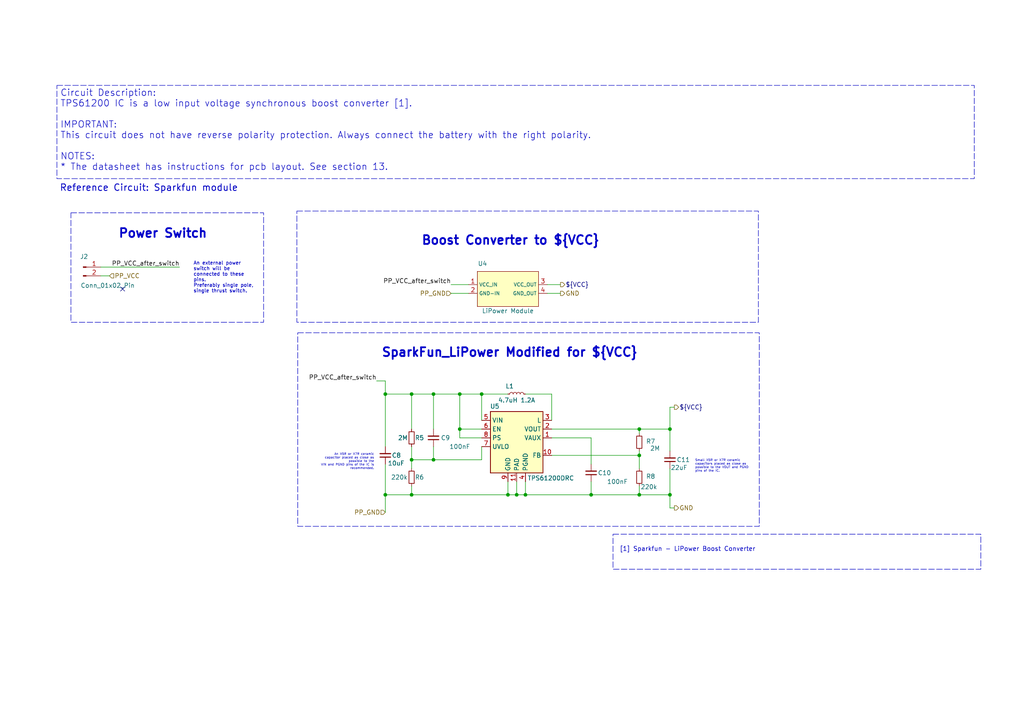
<source format=kicad_sch>
(kicad_sch (version 20250114) (generator "eeschema") (generator_version "9.0")
  (paper "A4")
  (title_block (title "Kitchen_Timer - ${SHEETNAME}") (date "2025-01-26") (rev "v01") (comment 2 "creativecommons.org/licences/4.0/") (comment 3 "Licence: CC BY 4.0") (comment 4 "Author: Nicolas Perozzi"))
  (lib_symbols
    (symbol "Connector:Conn_01x02_Pin" (pin_names (offset 1.016) (hide yes))
      (property "Reference" "J" (at 0 2.54 0))
      (property "Value" "Conn_01x02_Pin" (at 0 -5.08 0))
      (symbol "Conn_01x02_Pin_1_1"
        (rectangle (start 0.8636 0.127) (end 0 -0.127) (stroke (width 0.1524)) (fill (type outline)))
        (rectangle (start 0.8636 -2.413) (end 0 -2.667) (stroke (width 0.1524)) (fill (type outline)))
        (polyline (pts (xy 1.27 0) (xy 0.8636 0)) (stroke (width 0.1524)))
        (polyline (pts (xy 1.27 -2.54) (xy 0.8636 -2.54)) (stroke (width 0.1524)))
        (pin passive line (at 5.08 0 180) (length 3.81) (name "Pin_1") (number "1"))
        (pin passive line (at 5.08 -2.54 180) (length 3.81) (name "Pin_2") (number "2"))
      )
    )
    (symbol "Device:C_Small" (pin_numbers (hide yes)) (pin_names (offset 0.254) (hide yes))
      (property "Reference" "C" (at 0.254 1.778 0))
      (property "Value" "C_Small" (at 0.254 -2.032 0))
      (symbol "C_Small_0_1"
        (polyline (pts (xy -1.524 0.508) (xy 1.524 0.508)) (stroke (width 0.3048)))
        (polyline (pts (xy -1.524 -0.508) (xy 1.524 -0.508)) (stroke (width 0.3302)))
      )
      (symbol "C_Small_1_1"
        (pin passive line (at 0 2.54 270) (length 2.032) (name "~") (number "1"))
        (pin passive line (at 0 -2.54 90) (length 2.032) (name "~") (number "2"))
      )
    )
    (symbol "Device:L_Small" (pin_numbers (hide yes)) (pin_names (offset 0.254) (hide yes))
      (property "Reference" "L" (at 0.762 1.016 0))
      (property "Value" "L_Small" (at 0.762 -1.016 0))
      (symbol "L_Small_0_1"
        (arc (start 0 2.032) (mid 0.5058 1.524) (end 0 1.016))
        (arc (start 0 1.016) (mid 0.5058 0.508) (end 0 0))
        (arc (start 0 0) (mid 0.5058 -0.508) (end 0 -1.016))
        (arc (start 0 -1.016) (mid 0.5058 -1.524) (end 0 -2.032))
      )
      (symbol "L_Small_1_1"
        (pin passive line (at 0 2.54 270) (length 0.508) (name "~") (number "1"))
        (pin passive line (at 0 -2.54 90) (length 0.508) (name "~") (number "2"))
      )
    )
    (symbol "Device:R_Small" (pin_numbers (hide yes)) (pin_names (offset 0.254) (hide yes))
      (property "Reference" "R" (at 0.762 0.508 0))
      (property "Value" "R_Small" (at 0.762 -1.016 0))
      (symbol "R_Small_0_1"
        (rectangle (start -0.762 1.778) (end 0.762 -1.778) (stroke (width 0.2032)))
      )
      (symbol "R_Small_1_1"
        (pin passive line (at 0 2.54 270) (length 0.762) (name "~") (number "1"))
        (pin passive line (at 0 -2.54 90) (length 0.762) (name "~") (number "2"))
      )
    )
    (symbol "Regulator_Switching:TPS61200DRC"
      (property "Reference" "U" (at -10.16 8.89 0))
      (property "Value" "TPS61200DRC" (at -2.54 8.89 0))
      (symbol "TPS61200DRC_0_1"
        (rectangle (start -7.62 7.62) (end 7.62 -10.16) (stroke (width 0.254)) (fill (type background)))
      )
      (symbol "TPS61200DRC_1_1"
        (pin power_in line (at -10.16 5.08 0) (length 2.54) (name "VIN") (number "5"))
        (pin input line (at -10.16 2.54 0) (length 2.54) (name "EN") (number "6"))
        (pin input line (at -10.16 0 0) (length 2.54) (name "PS") (number "8"))
        (pin input line (at -10.16 -2.54 0) (length 2.54) (name "UVLO") (number "7"))
        (pin power_in line (at -2.54 -12.7 90) (length 2.54) (name "GND") (number "9"))
        (pin power_in line (at 0 -12.7 90) (length 2.54) (name "PAD") (number "11"))
        (pin power_in line (at 2.54 -12.7 90) (length 2.54) (name "PGND") (number "4"))
        (pin input line (at 10.16 5.08 180) (length 2.54) (name "L") (number "3"))
        (pin power_out line (at 10.16 2.54 180) (length 2.54) (name "VOUT") (number "2"))
        (pin bidirectional line (at 10.16 0 180) (length 2.54) (name "VAUX") (number "1"))
        (pin input line (at 10.16 -5.08 180) (length 2.54) (name "FB") (number "10"))
      )
    )
    (symbol "kitchen_timer-symbols_lib:Sparkfun_LiPower-Boost_Converter"
      (property "Reference" "U" (at -8.128 6.096 0))
      (property "Value" "SparkFun_LiPower" (at 0 -6.35 0))
      (symbol "Sparkfun_LiPower-Boost_Converter_1_1"
        (rectangle (start -8.89 5.08) (end 8.89 -5.08) (fill (type background)))
        (pin input line (at -11.43 1.27 0) (length 2.54) (name "VCC_IN") (number "1"))
        (pin input line (at -11.43 -1.27 0) (length 2.54) (name "GND-IN") (number "2"))
        (pin output line (at 11.43 1.27 180) (length 2.54) (name "VCC_OUT") (number "3"))
        (pin output line (at 11.43 -1.27 180) (length 2.54) (name "GND_OUT") (number "4"))
      )
    )
  )
  (rectangle (start 86.106 61.214) (end 219.964 93.472) (stroke (width 0) (type dash)))
  (rectangle (start 20.574 61.722) (end 76.454 93.472) (stroke (width 0) (type dash)))
  (rectangle (start 86.36 96.52) (end 220.218 152.654) (stroke (width 0) (type dash)))
  (rectangle (start 177.8 154.94) (end 284.48 165.1) (stroke (width 0) (type dash)))
  (text "${SHEETNAME}" (at 16.764 19.304 0) (effects (font (size 3.81 3.81) (thickness 0.762) (bold yes)) (justify left)))
  (text "Power Switch" (at 47.244 67.818 0) (effects (font (size 2.54 2.54) (thickness 0.508) (bold yes))))
  (text "[1] Sparkfun - LiPower Boost Converter" (at 179.705 158.623 0) (effects (font (size 1.27 1.27) (thickness 0.1588)) (justify left top)))
  (text "SparkFun_LiPower Modified for ${VCC}" (at 147.828 102.362 0) (effects (font (size 2.54 2.54) (thickness 0.508) (bold yes))))
  (text "Reference Circuit: Sparkfun module" (at 17.272 54.61 0) (effects (font (size 1.905 1.905) (thickness 0.2381)) (justify left)))
  (text "Boost Converter to ${VCC}" (at 148.082 69.85 0) (effects (font (size 2.54 2.54) (thickness 0.508) (bold yes))))
  (text_box "An external power switch will be connected to these pins.\nPreferably single pole, single thrust switch." (at 55.118 74.676 0) (size 19.558 9.906) (margins 0.9525 0.9525 0.9525 0.9525) (stroke (width -0.0001)) (effects (font (size 1 1)) (justify left top)))
  (text_box "An X5R or X7R ceramic capacitor placed as close as possible to the\nVIN and PGND pins of the IC is recommended." (at 91.186 130.302 0) (size 18.288 6.35) (margins 0.9525 0.9525 0.9525 0.9525) (stroke (width -0.0001)) (effects (font (size 0.635 0.635) (thickness 0.0794)) (justify right top)))
  (text_box "Circuit Description:\nTPS61200 IC is a low input voltage synchronous boost converter [1].\n\nIMPORTANT:\nThis circuit does not have reverse polarity protection. Always connect the battery with the right polarity.\n\nNOTES:\n* The datasheet has instructions for pcb layout. See section 13." (at 16.51 24.765 0) (size 266.065 27.051) (margins 0.9525 0.9525 0.9525 0.9525) (stroke (width 0) (type dash)) (effects (font (size 1.905 1.905) (thickness 0.1588)) (justify left top)))
  (text_box "Small X5R or X7R ceramic capacitors placed as close as\npossible to the VOUT and PGND pins of the IC." (at 200.66 132.08 0) (size 18.288 5.334) (margins 0.9525 0.9525 0.9525 0.9525) (stroke (width -0.0001)) (effects (font (size 0.635 0.635) (thickness 0.0794)) (justify left top)))
  (junction (at 139.7 114.3))
  (junction (at 133.35 124.46))
  (junction (at 147.32 143.51))
  (junction (at 152.4 143.51))
  (junction (at 119.38 143.51))
  (junction (at 125.73 133.35))
  (junction (at 194.31 124.46))
  (junction (at 185.42 132.08))
  (junction (at 194.31 143.51))
  (junction (at 149.86 143.51))
  (junction (at 111.76 114.3))
  (junction (at 185.42 143.51))
  (junction (at 119.38 114.3))
  (junction (at 185.42 124.46))
  (junction (at 171.45 143.51))
  (junction (at 125.73 114.3))
  (junction (at 133.35 114.3))
  (junction (at 119.38 133.35))
  (junction (at 111.76 143.51))
  (no_connect (at 35.56 83.82))
  (wire (pts (xy 111.76 114.3) (xy 111.76 129.54)))
  (wire (pts (xy 147.32 114.3) (xy 139.7 114.3)))
  (wire (pts (xy 119.38 114.3) (xy 111.76 114.3)))
  (wire (pts (xy 194.31 147.32) (xy 195.58 147.32)))
  (wire (pts (xy 185.42 124.46) (xy 185.42 125.73)))
  (wire (pts (xy 171.45 143.51) (xy 152.4 143.51)))
  (wire (pts (xy 130.81 82.55) (xy 135.89 82.55)))
  (wire (pts (xy 125.73 114.3) (xy 133.35 114.3)))
  (wire (pts (xy 52.07 77.47) (xy 29.21 77.47)))
  (wire (pts (xy 185.42 132.08) (xy 185.42 135.89)))
  (wire (pts (xy 149.86 143.51) (xy 147.32 143.51)))
  (wire (pts (xy 111.76 134.62) (xy 111.76 143.51)))
  (wire (pts (xy 31.75 80.01) (xy 29.21 80.01)))
  (wire (pts (xy 130.81 85.09) (xy 135.89 85.09)))
  (wire (pts (xy 111.76 143.51) (xy 111.76 148.59)))
  (wire (pts (xy 133.35 124.46) (xy 133.35 127)))
  (wire (pts (xy 147.32 143.51) (xy 119.38 143.51)))
  (wire (pts (xy 139.7 127) (xy 133.35 127)))
  (wire (pts (xy 125.73 133.35) (xy 139.7 133.35)))
  (wire (pts (xy 133.35 124.46) (xy 133.35 114.3)))
  (wire (pts (xy 185.42 140.97) (xy 185.42 143.51)))
  (wire (pts (xy 160.02 127) (xy 171.45 127)))
  (wire (pts (xy 111.76 143.51) (xy 119.38 143.51)))
  (wire (pts (xy 185.42 143.51) (xy 171.45 143.51)))
  (wire (pts (xy 125.73 114.3) (xy 119.38 114.3)))
  (wire (pts (xy 158.75 82.55) (xy 162.56 82.55)))
  (wire (pts (xy 119.38 143.51) (xy 119.38 140.97)))
  (wire (pts (xy 185.42 124.46) (xy 194.31 124.46)))
  (wire (pts (xy 139.7 114.3) (xy 139.7 121.92)))
  (wire (pts (xy 133.35 114.3) (xy 139.7 114.3)))
  (wire (pts (xy 160.02 132.08) (xy 185.42 132.08)))
  (wire (pts (xy 171.45 127) (xy 171.45 134.62)))
  (wire (pts (xy 158.75 85.09) (xy 162.56 85.09)))
  (wire (pts (xy 133.35 124.46) (xy 139.7 124.46)))
  (wire (pts (xy 119.38 133.35) (xy 125.73 133.35)))
  (wire (pts (xy 125.73 114.3) (xy 125.73 124.46)))
  (wire (pts (xy 139.7 133.35) (xy 139.7 129.54)))
  (wire (pts (xy 171.45 139.7) (xy 171.45 143.51)))
  (wire (pts (xy 152.4 143.51) (xy 149.86 143.51)))
  (wire (pts (xy 194.31 118.11) (xy 195.58 118.11)))
  (wire (pts (xy 185.42 132.08) (xy 185.42 130.81)))
  (wire (pts (xy 160.02 124.46) (xy 185.42 124.46)))
  (wire (pts (xy 160.02 114.3) (xy 152.4 114.3)))
  (wire (pts (xy 119.38 129.54) (xy 119.38 133.35)))
  (wire (pts (xy 111.76 110.49) (xy 111.76 114.3)))
  (wire (pts (xy 194.31 118.11) (xy 194.31 124.46)))
  (wire (pts (xy 194.31 143.51) (xy 185.42 143.51)))
  (wire (pts (xy 149.86 139.7) (xy 149.86 143.51)))
  (wire (pts (xy 194.31 124.46) (xy 194.31 130.81)))
  (wire (pts (xy 119.38 133.35) (xy 119.38 135.89)))
  (wire (pts (xy 160.02 121.92) (xy 160.02 114.3)))
  (wire (pts (xy 194.31 135.89) (xy 194.31 143.51)))
  (wire (pts (xy 109.22 110.49) (xy 111.76 110.49)))
  (wire (pts (xy 125.73 129.54) (xy 125.73 133.35)))
  (wire (pts (xy 119.38 114.3) (xy 119.38 124.46)))
  (wire (pts (xy 194.31 147.32) (xy 194.31 143.51)))
  (wire (pts (xy 147.32 139.7) (xy 147.32 143.51)))
  (wire (pts (xy 152.4 139.7) (xy 152.4 143.51)))
  (label "PP_VCC_after_switch" (at 109.22 110.49 180))
  (label "PP_VCC_after_switch" (at 130.81 82.55 180))
  (label "PP_VCC_after_switch" (at 52.07 77.47 180))
  (hierarchical_label "GND" (shape output) (at 195.58 147.32 0))
  (hierarchical_label "PP_GND" (shape input) (at 130.81 85.09 180))
  (hierarchical_label "PP_GND" (shape input) (at 111.76 148.59 180))
  (hierarchical_label "${VCC}" (shape output) (at 195.58 118.11 0))
  (hierarchical_label "GND" (shape output) (at 162.56 85.09 0))
  (hierarchical_label "PP_VCC" (shape input) (at 31.75 80.01 0))
  (hierarchical_label "${VCC}" (shape output) (at 162.56 82.55 0))
  (symbol (lib_id "Device:C_Small") (at 194.31 133.35 180) (unit 1) (in_bom no) (on_board no)
    (property "Reference" "C11" (at 200.152 133.35 0) (effects (justify left)))
    (property "Value" "22uF" (at 199.39 135.636 0) (effects (justify left)))
    (property "Description" "22uF Unpolarized capacitor" (effects (hide yes)))
  )
  (symbol (lib_id "Connector:Conn_01x02_Pin") (at 24.13 77.47 0) (unit 1)
    (property "Reference" "J2" (at 24.384 74.422 0))
    (property "Value" "Conn_01x02_Pin" (at 31.242 82.804 0))
    (property "Footprint" "Connector_PinHeader_2.54mm:PinHeader_1x02_P2.54mm_Vertical" (effects (hide yes)))
    (property "Description" "Generic connector, single row, 01x02, script generated" (effects (hide yes)))
  )
  (symbol (lib_id "Device:R_Small") (at 119.38 138.43 180) (unit 1) (in_bom no) (on_board no)
    (property "Reference" "R6" (at 121.666 138.43 0))
    (property "Value" "220k" (at 115.824 138.43 0))
    (property "Description" "Resistor, small symbol" (effects (hide yes)))
  )
  (symbol (lib_id "Device:L_Small") (at 149.86 114.3 90) (unit 1) (in_bom no) (on_board no)
    (property "Reference" "L1" (at 147.828 112.014 90))
    (property "Value" "4.7uH 1.2A" (at 149.86 116.078 90))
    (property "Description" "Inductor, small symbol" (effects (hide yes)))
  )
  (symbol (lib_id "Device:C_Small") (at 171.45 137.16 180) (unit 1) (in_bom no) (on_board no)
    (property "Reference" "C10" (at 177.292 137.16 0) (effects (justify left)))
    (property "Value" "100nF" (at 182.118 139.7 0) (effects (justify left)))
    (property "Footprint" "Capacitor_SMD:C_0805_2012Metric_Pad1.18x1.45mm_HandSolder" (effects (hide yes)))
    (property "Datasheet" "https://wmsc.lcsc.com/wmsc/upload/file/pdf/v2/lcsc/2304140030_Murata-Electronics-GRM21BR71H104KA01L_C77082.pdf" (effects (hide yes)))
    (property "Description" "100nF Unpolarized capacitor" (effects (hide yes)))
    (property "Package" "0805" (effects (hide yes)))
    (property "Supplier Link" "https://jlcpcb.com/partdetail/MurataElectronics-GRM21BR71H104KA01L/C77082 " (effects (hide yes)))
    (property "Supplier Name" "JLCPCB" (effects (hide yes)))
    (property "Manuf. Part #" "GRM21BR71H104KA01L" (effects (hide yes)))
    (property "Supplier Unit Price" " $0.0099" (effects (hide yes)))
    (property "Manuf. Name" " Murata Electronics" (effects (hide yes)))
    (property "Supplier Part #" "C77082" (effects (hide yes)))
  )
  (symbol (lib_id "Device:C_Small") (at 111.76 132.08 180) (unit 1) (in_bom no) (on_board no)
    (property "Reference" "C8" (at 116.332 132.08 0) (effects (justify left)))
    (property "Value" "10uF" (at 117.348 134.366 0) (effects (justify left)))
    (property "Description" "10uF Unpolarized capacitor" (effects (hide yes)))
  )
  (symbol (lib_id "Device:R_Small") (at 185.42 138.43 180) (unit 1) (in_bom no) (on_board no)
    (property "Reference" "R8" (at 188.722 138.176 0))
    (property "Value" "220k" (at 188.214 141.224 0))
    (property "Description" "Resistor, small symbol" (effects (hide yes)))
  )
  (symbol (lib_id "Device:R_Small") (at 185.42 128.27 180) (unit 1) (in_bom no) (on_board no)
    (property "Reference" "R7" (at 188.722 128.016 0))
    (property "Value" "2M" (at 189.992 130.048 0))
    (property "Description" "Resistor, small symbol" (effects (hide yes)))
  )
  (symbol (lib_id "Device:C_Small") (at 125.73 127 180) (unit 1) (in_bom no) (on_board no)
    (property "Reference" "C9" (at 130.556 127 0) (effects (justify left)))
    (property "Value" "100nF" (at 136.398 129.54 0) (effects (justify left)))
    (property "Footprint" "Capacitor_SMD:C_0805_2012Metric_Pad1.18x1.45mm_HandSolder" (effects (hide yes)))
    (property "Datasheet" "https://wmsc.lcsc.com/wmsc/upload/file/pdf/v2/lcsc/2304140030_Murata-Electronics-GRM21BR71H104KA01L_C77082.pdf" (effects (hide yes)))
    (property "Description" "100nF Unpolarized capacitor" (effects (hide yes)))
    (property "Package" "0805" (effects (hide yes)))
    (property "Supplier Link" "https://jlcpcb.com/partdetail/MurataElectronics-GRM21BR71H104KA01L/C77082 " (effects (hide yes)))
    (property "Supplier Name" "JLCPCB" (effects (hide yes)))
    (property "Manuf. Part #" "GRM21BR71H104KA01L" (effects (hide yes)))
    (property "Supplier Unit Price" " $0.0099" (effects (hide yes)))
    (property "Manuf. Name" " Murata Electronics" (effects (hide yes)))
    (property "Supplier Part #" "C77082" (effects (hide yes)))
  )
  (symbol (lib_id "kitchen_timer-symbols_lib:Sparkfun_LiPower-Boost_Converter") (at 147.32 83.82 0) (unit 1) (in_bom no)
    (property "Reference" "U4" (at 139.954 76.454 0))
    (property "Value" "LiPower Module" (at 147.32 90.17 0))
    (property "Footprint" "kitchen_timer:SparkFun_LiPower" (effects (hide yes)))
    (property "Datasheet" "https://www.ti.com/cn/lit/gpn/tps61200" (effects (hide yes)))
    (property "Description" "Boost Converter, based on the TPS61200 ic" (effects (hide yes)))
    (property "Manuf. Name" "SparkFun" (effects (hide yes)))
    (property "Manuf. Part #" "PRT-10255" (effects (hide yes)))
    (property "Package" "Module" (effects (hide yes)))
    (property "Supplier Link" "https://www.sparkfun.com/lipower-boost-converter.html" (effects (hide yes)))
    (property "Supplier Name" "SparkFun" (effects (hide yes)))
    (property "Supplier Part #" "PRT-10255" (effects (hide yes)))
    (property "Supplier Unit Price" "$20.59" (effects (hide yes)))
  )
  (symbol (lib_id "Device:R_Small") (at 119.38 127 180) (unit 1) (in_bom no) (on_board no)
    (property "Reference" "R5" (at 121.666 127 0))
    (property "Value" "2M" (at 116.84 127 0))
    (property "Description" "Resistor, small symbol" (effects (hide yes)))
  )
  (symbol (lib_id "Regulator_Switching:TPS61200DRC") (at 149.86 127 0) (unit 1) (in_bom no) (on_board no)
    (property "Reference" "U5" (at 143.51 117.856 0))
    (property "Value" "TPS61200DRC" (at 159.766 138.684 0))
    (property "Footprint" "Package_SON:Texas_S-PVSON-N10_ThermalVias" (effects (hide yes)))
    (property "Datasheet" "https://www.lcsc.com/datasheet/lcsc_datasheet_1809191830_Texas-Instruments-TPS61200DRCR_C140320.pdf" (effects (hide yes)))
    (property "Description" "Boost type Adjustable 1.8V~5.5V 300mV~5.5V 1.2A VSON-10-EP(3x3) DC-DC Converters ROHS" (effects (hide yes)))
    (property "Supplier Link" "https://jlcpcb.com/partdetail/TexasInstruments-TPS61200DRCR/C140320" (effects (hide yes)))
    (property "Package" "VSON-10-EP(3x3)" (effects (hide yes)))
    (property "Manuf. Part #" "TPS61200DRCR" (effects (hide yes)))
  )
)
</source>
